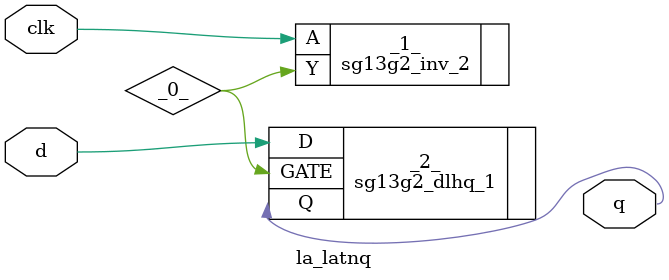
<source format=v>

/* Generated by Yosys 0.44 (git sha1 80ba43d26, g++ 11.4.0-1ubuntu1~22.04 -fPIC -O3) */

(* top =  1  *)
(* src = "generated" *)
module la_latnq (
    d,
    clk,
    q
);
  (* src = "generated" *)
  wire _0_;
  (* src = "generated" *)
  input clk;
  wire clk;
  (* src = "generated" *)
  input d;
  wire d;
  (* src = "generated" *)
  output q;
  wire q;
  sg13g2_inv_2 _1_ (
      .A(clk),
      .Y(_0_)
  );
  (* module_not_derived = 32'b00000000000000000000000000000001 *) (* src = "generated" *)
  sg13g2_dlhq_1 _2_ (
      .D(d),
      .GATE(_0_),
      .Q(q)
  );
endmodule

</source>
